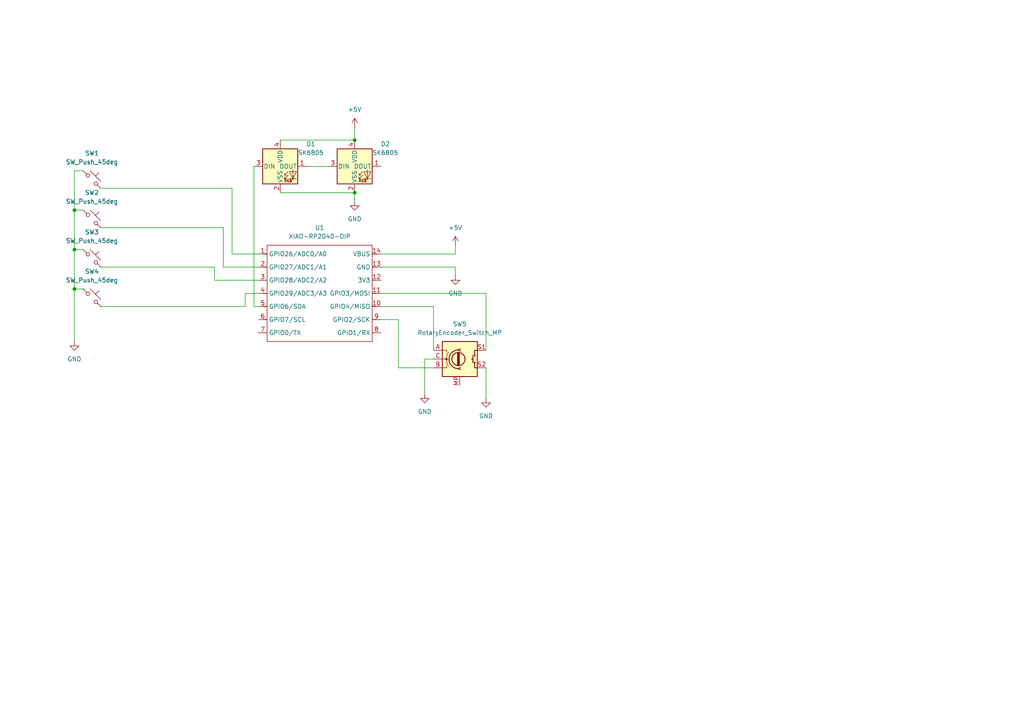
<source format=kicad_sch>
(kicad_sch (version 20250114) (generator "eeschema") (generator_version "9.0")
  (paper "A4")
  (lib_symbols
    (symbol "Device:RotaryEncoder_Switch_MP" (pin_names (offset 0.254) (hide yes))
      (property "Reference" "SW" (at 0 8.89 0))
      (property "Value" "RotaryEncoder_Switch_MP" (at 0 6.35 0))
      (symbol "RotaryEncoder_Switch_MP_0_1"
        (rectangle (start -5.08 5.08) (end 5.08 -5.08) (stroke (width 0.254)) (fill (type background)))
        (polyline (pts (xy -5.08 2.54) (xy -3.81 2.54) (xy -3.81 2.032)))
        (polyline (pts (xy -5.08 0) (xy -3.81 0) (xy -3.81 -1.016) (xy -3.302 -2.032)))
        (polyline (pts (xy -5.08 -2.54) (xy -3.81 -2.54) (xy -3.81 -2.032)))
        (polyline (pts (xy -4.318 0) (xy -3.81 0) (xy -3.81 1.016) (xy -3.302 2.032)))
        (circle (center -3.81 0) (radius 0.254) (fill (type outline)))
        (polyline (pts (xy -0.635 -1.778) (xy -0.635 1.778)) (stroke (width 0.254)))
        (circle (center -0.381 0) (radius 1.905) (stroke (width 0.254)))
        (polyline (pts (xy -0.381 -1.778) (xy -0.381 1.778)) (stroke (width 0.254)))
        (arc (start -0.381 -2.794) (mid -3.0988 -0.0635) (end -0.381 2.667) (stroke (width 0.254)))
        (polyline (pts (xy -0.127 1.778) (xy -0.127 -1.778)) (stroke (width 0.254)))
        (polyline (pts (xy 0.254 2.921) (xy -0.508 2.667) (xy 0.127 2.286)) (stroke (width 0.254)))
        (polyline (pts (xy 0.254 -3.048) (xy -0.508 -2.794) (xy 0.127 -2.413)) (stroke (width 0.254)))
        (polyline (pts (xy 3.81 1.016) (xy 3.81 -1.016)) (stroke (width 0.254)))
        (polyline (pts (xy 3.81 0) (xy 3.429 0)) (stroke (width 0.254)))
        (circle (center 4.318 1.016) (radius 0.127) (stroke (width 0.254)))
        (circle (center 4.318 -1.016) (radius 0.127) (stroke (width 0.254)))
        (polyline (pts (xy 5.08 2.54) (xy 4.318 2.54) (xy 4.318 1.016)) (stroke (width 0.254)))
        (polyline (pts (xy 5.08 -2.54) (xy 4.318 -2.54) (xy 4.318 -1.016)) (stroke (width 0.254)))
      )
      (symbol "RotaryEncoder_Switch_MP_1_1"
        (pin passive line (at -7.62 2.54 0) (length 2.54) (name "A") (number "A"))
        (pin passive line (at -7.62 0 0) (length 2.54) (name "C") (number "C"))
        (pin passive line (at -7.62 -2.54 0) (length 2.54) (name "B") (number "B"))
        (pin passive line (at 0 -7.62 90) (length 2.54) (name "MP") (number "MP"))
        (pin passive line (at 7.62 2.54 180) (length 2.54) (name "S1") (number "S1"))
        (pin passive line (at 7.62 -2.54 180) (length 2.54) (name "S2") (number "S2"))
      )
    )
    (symbol "LED:SK6805" (pin_names (offset 0.254))
      (property "Reference" "D" (at 5.08 5.715 0))
      (property "Value" "SK6805" (at 1.27 -5.715 0))
      (symbol "SK6805_0_0"
        (text "RGB" (at 2.286 -4.191 0) (effects (font (size 0.762 0.762))))
      )
      (symbol "SK6805_0_1"
        (polyline (pts (xy 1.27 -2.54) (xy 1.778 -2.54)))
        (polyline (pts (xy 1.27 -3.556) (xy 1.778 -3.556)))
        (polyline (pts (xy 2.286 -1.524) (xy 1.27 -2.54) (xy 1.27 -2.032)))
        (polyline (pts (xy 2.286 -2.54) (xy 1.27 -3.556) (xy 1.27 -3.048)))
        (polyline (pts (xy 3.683 -1.016) (xy 3.683 -3.556) (xy 3.683 -4.064)))
        (polyline (pts (xy 4.699 -1.524) (xy 2.667 -1.524) (xy 3.683 -3.556) (xy 4.699 -1.524)))
        (polyline (pts (xy 4.699 -3.556) (xy 2.667 -3.556)))
        (rectangle (start 5.08 5.08) (end -5.08 -5.08) (stroke (width 0.254)) (fill (type background)))
      )
      (symbol "SK6805_1_1"
        (pin input line (at -7.62 0 0) (length 2.54) (name "DIN") (number "3"))
        (pin power_in line (at 0 7.62 270) (length 2.54) (name "VDD") (number "4"))
        (pin power_in line (at 0 -7.62 90) (length 2.54) (name "VSS") (number "2"))
        (pin output line (at 7.62 0 180) (length 2.54) (name "DOUT") (number "1"))
      )
    )
    (symbol "Switch:SW_Push_45deg" (pin_numbers (hide yes)) (pin_names (offset 1.016) (hide yes))
      (property "Reference" "SW" (at 3.048 1.016 0))
      (property "Value" "SW_Push_45deg" (at 0 -3.81 0))
      (symbol "SW_Push_45deg_0_1"
        (polyline (pts (xy -2.54 2.54) (xy -1.524 1.524) (xy -1.524 1.524)))
        (circle (center -1.1684 1.1684) (radius 0.508))
        (polyline (pts (xy -0.508 2.54) (xy 2.54 -0.508)))
        (polyline (pts (xy 1.016 1.016) (xy 2.032 2.032)))
        (circle (center 1.143 -1.1938) (radius 0.508))
        (polyline (pts (xy 1.524 -1.524) (xy 2.54 -2.54) (xy 2.54 -2.54) (xy 2.54 -2.54)))
        (pin passive line (at -2.54 2.54 0) (length 0) (name "1") (number "1"))
        (pin passive line (at 2.54 -2.54 180) (length 0) (name "2") (number "2"))
      )
    )
    (symbol "XIAO:XIAO-RP2040-DIP"
      (property "Reference" "U" (at 0 0 0))
      (property "Value" "XIAO-RP2040-DIP" (at 5.334 -1.778 0))
      (symbol "XIAO-RP2040-DIP_1_0"
        (polyline (pts (xy -1.27 -2.54) (xy 29.21 -2.54)) (stroke (width 0.1524)))
        (polyline (pts (xy -1.27 -5.08) (xy -2.54 -5.08)) (stroke (width 0.1524)))
        (polyline (pts (xy -1.27 -5.08) (xy -1.27 -2.54)) (stroke (width 0.1524)))
        (polyline (pts (xy -1.27 -8.89) (xy -2.54 -8.89)) (stroke (width 0.1524)))
        (polyline (pts (xy -1.27 -8.89) (xy -1.27 -5.08)) (stroke (width 0.1524)))
        (polyline (pts (xy -1.27 -12.7) (xy -2.54 -12.7)) (stroke (width 0.1524)))
        (polyline (pts (xy -1.27 -12.7) (xy -1.27 -8.89)) (stroke (width 0.1524)))
        (polyline (pts (xy -1.27 -16.51) (xy -2.54 -16.51)) (stroke (width 0.1524)))
        (polyline (pts (xy -1.27 -16.51) (xy -1.27 -12.7)) (stroke (width 0.1524)))
        (polyline (pts (xy -1.27 -20.32) (xy -2.54 -20.32)) (stroke (width 0.1524)))
        (polyline (pts (xy -1.27 -24.13) (xy -2.54 -24.13)) (stroke (width 0.1524)))
        (polyline (pts (xy -1.27 -27.94) (xy -2.54 -27.94)) (stroke (width 0.1524)))
        (polyline (pts (xy -1.27 -30.48) (xy -1.27 -16.51)) (stroke (width 0.1524)))
        (polyline (pts (xy 29.21 -2.54) (xy 29.21 -5.08)) (stroke (width 0.1524)))
        (polyline (pts (xy 29.21 -5.08) (xy 29.21 -8.89)) (stroke (width 0.1524)))
        (polyline (pts (xy 29.21 -8.89) (xy 29.21 -12.7)) (stroke (width 0.1524)))
        (polyline (pts (xy 29.21 -12.7) (xy 29.21 -30.48)) (stroke (width 0.1524)))
        (polyline (pts (xy 29.21 -30.48) (xy -1.27 -30.48)) (stroke (width 0.1524)))
        (polyline (pts (xy 30.48 -5.08) (xy 29.21 -5.08)) (stroke (width 0.1524)))
        (polyline (pts (xy 30.48 -8.89) (xy 29.21 -8.89)) (stroke (width 0.1524)))
        (polyline (pts (xy 30.48 -12.7) (xy 29.21 -12.7)) (stroke (width 0.1524)))
        (polyline (pts (xy 30.48 -16.51) (xy 29.21 -16.51)) (stroke (width 0.1524)))
        (polyline (pts (xy 30.48 -20.32) (xy 29.21 -20.32)) (stroke (width 0.1524)))
        (polyline (pts (xy 30.48 -24.13) (xy 29.21 -24.13)) (stroke (width 0.1524)))
        (polyline (pts (xy 30.48 -27.94) (xy 29.21 -27.94)) (stroke (width 0.1524)))
        (pin passive line (at -3.81 -5.08 0) (length 2.54) (name "GPIO26/ADC0/A0") (number "1"))
        (pin passive line (at -3.81 -8.89 0) (length 2.54) (name "GPIO27/ADC1/A1") (number "2"))
        (pin passive line (at -3.81 -12.7 0) (length 2.54) (name "GPIO28/ADC2/A2") (number "3"))
        (pin passive line (at -3.81 -16.51 0) (length 2.54) (name "GPIO29/ADC3/A3") (number "4"))
        (pin passive line (at -3.81 -20.32 0) (length 2.54) (name "GPIO6/SDA") (number "5"))
        (pin passive line (at -3.81 -24.13 0) (length 2.54) (name "GPIO7/SCL") (number "6"))
        (pin passive line (at -3.81 -27.94 0) (length 2.54) (name "GPIO0/TX") (number "7"))
        (pin passive line (at 31.75 -5.08 180) (length 2.54) (name "VBUS") (number "14"))
        (pin passive line (at 31.75 -8.89 180) (length 2.54) (name "GND") (number "13"))
        (pin passive line (at 31.75 -12.7 180) (length 2.54) (name "3V3") (number "12"))
        (pin passive line (at 31.75 -16.51 180) (length 2.54) (name "GPIO3/MOSI") (number "11"))
        (pin passive line (at 31.75 -20.32 180) (length 2.54) (name "GPIO4/MISO") (number "10"))
        (pin passive line (at 31.75 -24.13 180) (length 2.54) (name "GPIO2/SCK") (number "9"))
        (pin passive line (at 31.75 -27.94 180) (length 2.54) (name "GPIO1/RX") (number "8"))
      )
    )
    (symbol "power:+5V" (power) (pin_numbers (hide yes)) (pin_names (offset 0) (hide yes))
      (property "Value" "+5V" (at 0 3.556 0))
      (symbol "+5V_0_1"
        (polyline (pts (xy -0.762 1.27) (xy 0 2.54)))
        (polyline (pts (xy 0 2.54) (xy 0.762 1.27)))
        (polyline (pts (xy 0 0) (xy 0 2.54)))
      )
      (symbol "+5V_1_1"
        (pin power_in line (at 0 0 90) (length 0) (name "~") (number "1"))
      )
    )
    (symbol "power:GND" (power) (pin_numbers (hide yes)) (pin_names (offset 0) (hide yes))
      (property "Value" "GND" (at 0 -3.81 0))
      (symbol "GND_0_1"
        (polyline (pts (xy 0 0) (xy 0 -1.27) (xy 1.27 -1.27) (xy 0 -2.54) (xy -1.27 -1.27) (xy 0 -1.27)))
      )
      (symbol "GND_1_1"
        (pin power_in line (at 0 0 270) (length 0) (name "~") (number "1"))
      )
    )
  )
  (junction (at 102.87 55.88))
  (junction (at 21.59 72.39))
  (junction (at 21.59 83.82))
  (junction (at 102.87 40.64))
  (junction (at 21.59 60.96))
  (wire (pts (xy 140.97 106.68) (xy 140.97 115.57)))
  (wire (pts (xy 115.57 92.71) (xy 110.49 92.71)))
  (wire (pts (xy 29.21 88.9) (xy 71.12 88.9)))
  (wire (pts (xy 81.28 40.64) (xy 102.87 40.64)))
  (wire (pts (xy 21.59 83.82) (xy 24.13 83.82)))
  (wire (pts (xy 71.12 88.9) (xy 71.12 85.09)))
  (wire (pts (xy 102.87 55.88) (xy 102.87 58.42)))
  (wire (pts (xy 110.49 73.66) (xy 132.08 73.66)))
  (wire (pts (xy 110.49 77.47) (xy 132.08 77.47)))
  (wire (pts (xy 21.59 60.96) (xy 24.13 60.96)))
  (wire (pts (xy 64.77 77.47) (xy 74.93 77.47)))
  (wire (pts (xy 21.59 49.53) (xy 21.59 60.96)))
  (wire (pts (xy 140.97 85.09) (xy 110.49 85.09)))
  (wire (pts (xy 21.59 60.96) (xy 21.59 72.39)))
  (wire (pts (xy 123.19 104.14) (xy 123.19 114.3)))
  (wire (pts (xy 132.08 73.66) (xy 132.08 71.12)))
  (wire (pts (xy 64.77 66.04) (xy 64.77 77.47)))
  (wire (pts (xy 125.73 104.14) (xy 123.19 104.14)))
  (wire (pts (xy 115.57 106.68) (xy 115.57 92.71)))
  (wire (pts (xy 21.59 72.39) (xy 21.59 83.82)))
  (wire (pts (xy 73.66 48.26) (xy 73.66 88.9)))
  (wire (pts (xy 29.21 77.47) (xy 62.23 77.47)))
  (wire (pts (xy 125.73 88.9) (xy 110.49 88.9)))
  (wire (pts (xy 21.59 72.39) (xy 24.13 72.39)))
  (wire (pts (xy 21.59 83.82) (xy 21.59 99.06)))
  (wire (pts (xy 102.87 36.83) (xy 102.87 40.64)))
  (wire (pts (xy 62.23 77.47) (xy 62.23 81.28)))
  (wire (pts (xy 132.08 77.47) (xy 132.08 80.01)))
  (wire (pts (xy 67.31 73.66) (xy 74.93 73.66)))
  (wire (pts (xy 140.97 101.6) (xy 140.97 85.09)))
  (wire (pts (xy 73.66 88.9) (xy 74.93 88.9)))
  (wire (pts (xy 88.9 48.26) (xy 95.25 48.26)))
  (wire (pts (xy 24.13 49.53) (xy 21.59 49.53)))
  (wire (pts (xy 125.73 101.6) (xy 125.73 88.9)))
  (wire (pts (xy 125.73 106.68) (xy 115.57 106.68)))
  (wire (pts (xy 81.28 55.88) (xy 102.87 55.88)))
  (wire (pts (xy 67.31 54.61) (xy 67.31 73.66)))
  (wire (pts (xy 29.21 54.61) (xy 67.31 54.61)))
  (wire (pts (xy 71.12 85.09) (xy 74.93 85.09)))
  (wire (pts (xy 29.21 66.04) (xy 64.77 66.04)))
  (wire (pts (xy 62.23 81.28) (xy 74.93 81.28)))
  (symbol (lib_id "Switch:SW_Push_45deg") (at 26.67 52.07 0) (unit 1)
    (property "Reference" "SW1" (at 26.67 44.45 0))
    (property "Value" "SW_Push_45deg" (at 26.67 46.99 0))
    (property "Footprint" "PCM_Switch_Keyboard_Cherry_MX:SW_Cherry_MX_PCB_1.00u" (effects (hide yes)))
    (property "Description" "Push button switch, normally open, two pins, 45° tilted" (effects (hide yes)))
  )
  (symbol (lib_id "power:GND") (at 132.08 80.01 0) (unit 1)
    (property "Reference" "#PWR04" (effects (hide yes)))
    (property "Value" "GND" (at 132.08 85.09 0))
    (property "Description" "Power symbol creates a global label with name \"GND\" , ground" (effects (hide yes)))
  )
  (symbol (lib_id "Switch:SW_Push_45deg") (at 26.67 63.5 0) (unit 1)
    (property "Reference" "SW2" (at 26.67 55.88 0))
    (property "Value" "SW_Push_45deg" (at 26.67 58.42 0))
    (property "Footprint" "PCM_Switch_Keyboard_Cherry_MX:SW_Cherry_MX_PCB_1.00u" (effects (hide yes)))
    (property "Description" "Push button switch, normally open, two pins, 45° tilted" (effects (hide yes)))
  )
  (symbol (lib_id "XIAO:XIAO-RP2040-DIP") (at 78.74 68.58 0) (unit 1)
    (property "Reference" "U1" (at 92.71 66.04 0))
    (property "Value" "XIAO-RP2040-DIP" (at 92.71 68.58 0))
    (property "Footprint" "Module:MOUDLE14P-XIAO-DIP-SMD" (effects (hide yes)))
  )
  (symbol (lib_id "power:+5V") (at 102.87 36.83 0) (unit 1)
    (property "Reference" "#PWR01" (effects (hide yes)))
    (property "Value" "+5V" (at 102.87 31.75 0))
    (property "Description" "Power symbol creates a global label with name \"+5V\"" (effects (hide yes)))
  )
  (symbol (lib_id "Switch:SW_Push_45deg") (at 26.67 74.93 0) (unit 1)
    (property "Reference" "SW3" (at 26.67 67.31 0))
    (property "Value" "SW_Push_45deg" (at 26.67 69.85 0))
    (property "Footprint" "PCM_Switch_Keyboard_Cherry_MX:SW_Cherry_MX_PCB_1.00u" (effects (hide yes)))
    (property "Description" "Push button switch, normally open, two pins, 45° tilted" (effects (hide yes)))
  )
  (symbol (lib_id "LED:SK6805") (at 81.28 48.26 0) (unit 1)
    (property "Reference" "D1" (at 90.17 41.7699 0))
    (property "Value" "SK6805" (at 90.17 44.3099 0))
    (property "Footprint" "LED_SMD:LED_SK6805_PLCC4_2.4x2.7mm_P1.3mm" (effects (hide yes)))
    (property "Datasheet" "https://cdn-shop.adafruit.com/product-files/3484/3484_Datasheet.pdf" (effects (hide yes)))
    (property "Description" "RGB LED with integrated controller" (effects (hide yes)))
  )
  (symbol (lib_id "Switch:SW_Push_45deg") (at 26.67 86.36 0) (unit 1)
    (property "Reference" "SW4" (at 26.67 78.74 0))
    (property "Value" "SW_Push_45deg" (at 26.67 81.28 0))
    (property "Footprint" "PCM_Switch_Keyboard_Cherry_MX:SW_Cherry_MX_PCB_1.00u" (effects (hide yes)))
    (property "Description" "Push button switch, normally open, two pins, 45° tilted" (effects (hide yes)))
  )
  (symbol (lib_id "power:GND") (at 21.59 99.06 0) (unit 1)
    (property "Reference" "#PWR05" (effects (hide yes)))
    (property "Value" "GND" (at 21.59 104.14 0))
    (property "Description" "Power symbol creates a global label with name \"GND\" , ground" (effects (hide yes)))
  )
  (symbol (lib_id "power:GND") (at 123.19 114.3 0) (unit 1)
    (property "Reference" "#PWR06" (effects (hide yes)))
    (property "Value" "GND" (at 123.19 119.38 0))
    (property "Description" "Power symbol creates a global label with name \"GND\" , ground" (effects (hide yes)))
  )
  (symbol (lib_id "power:GND") (at 102.87 58.42 0) (unit 1)
    (property "Reference" "#PWR02" (effects (hide yes)))
    (property "Value" "GND" (at 102.87 63.5 0))
    (property "Description" "Power symbol creates a global label with name \"GND\" , ground" (effects (hide yes)))
  )
  (symbol (lib_id "power:+5V") (at 132.08 71.12 0) (unit 1)
    (property "Reference" "#PWR03" (effects (hide yes)))
    (property "Value" "+5V" (at 132.08 66.04 0))
    (property "Description" "Power symbol creates a global label with name \"+5V\"" (effects (hide yes)))
  )
  (symbol (lib_id "LED:SK6805") (at 102.87 48.26 0) (unit 1)
    (property "Reference" "D2" (at 111.76 41.7699 0))
    (property "Value" "SK6805" (at 111.76 44.3099 0))
    (property "Footprint" "LED_SMD:LED_SK6805_PLCC4_2.4x2.7mm_P1.3mm" (effects (hide yes)))
    (property "Datasheet" "https://cdn-shop.adafruit.com/product-files/3484/3484_Datasheet.pdf" (effects (hide yes)))
    (property "Description" "RGB LED with integrated controller" (effects (hide yes)))
  )
  (symbol (lib_id "Device:RotaryEncoder_Switch_MP") (at 133.35 104.14 0) (unit 1)
    (property "Reference" "SW5" (at 133.35 93.98 0))
    (property "Value" "RotaryEncoder_Switch_MP" (at 133.35 96.52 0))
    (property "Footprint" "Rotary_Encoder:RotaryEncoder_Alps_EC11E-Switch_Vertical_H20mm_CircularMountingHoles" (effects (hide yes)))
    (property "Description" "Rotary encoder, dual channel, incremental quadrate outputs, with switch and MP Pin" (effects (hide yes)))
  )
  (symbol (lib_id "power:GND") (at 140.97 115.57 0) (unit 1)
    (property "Reference" "#PWR07" (effects (hide yes)))
    (property "Value" "GND" (at 140.97 120.65 0))
    (property "Description" "Power symbol creates a global label with name \"GND\" , ground" (effects (hide yes)))
  )
)
</source>
